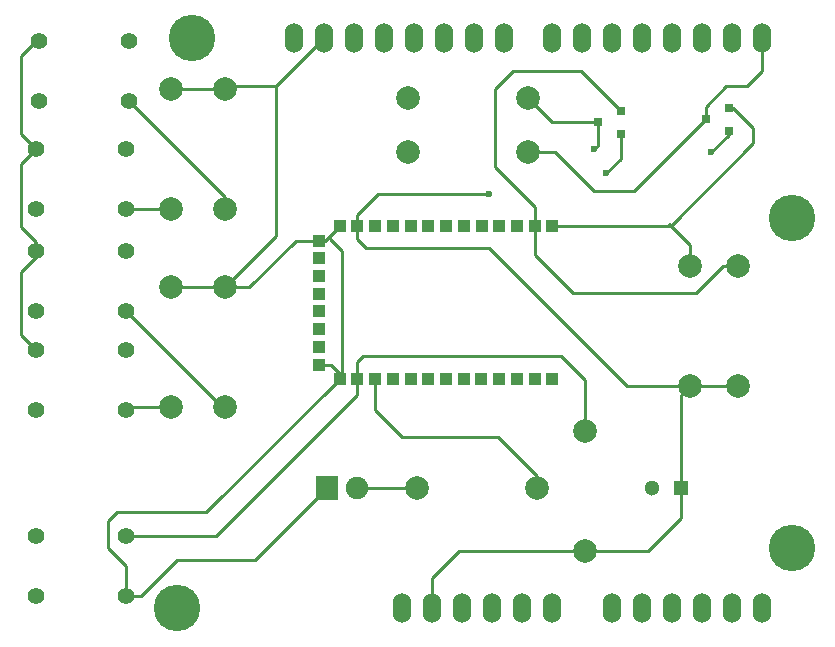
<source format=gbr>
G04 #@! TF.FileFunction,Copper,L1,Top,Signal*
%FSLAX46Y46*%
G04 Gerber Fmt 4.6, Leading zero omitted, Abs format (unit mm)*
G04 Created by KiCad (PCBNEW (2015-07-26 BZR 5996)-product) date Wed 29 Jul 2015 09:23:32 PM EDT*
%MOMM*%
G01*
G04 APERTURE LIST*
%ADD10C,0.100000*%
%ADD11R,1.300000X1.300000*%
%ADD12C,1.300000*%
%ADD13R,1.900000X2.000000*%
%ADD14C,1.900000*%
%ADD15R,0.800100X0.800100*%
%ADD16C,1.998980*%
%ADD17C,1.397000*%
%ADD18R,1.000000X1.000000*%
%ADD19O,1.524000X2.540000*%
%ADD20C,3.937000*%
%ADD21C,0.600000*%
%ADD22C,0.250000*%
G04 APERTURE END LIST*
D10*
D11*
X205232000Y-92710000D03*
D12*
X202732000Y-92710000D03*
D13*
X175260000Y-92710000D03*
D14*
X177800000Y-92710000D03*
D15*
X209280760Y-62418000D03*
X209280760Y-60518000D03*
X207281780Y-61468000D03*
X200136760Y-62672000D03*
X200136760Y-60772000D03*
X198137780Y-61722000D03*
D16*
X162052000Y-75692000D03*
X162052000Y-85852000D03*
X166624000Y-75692000D03*
X166624000Y-85852000D03*
X162052000Y-58928000D03*
X162052000Y-69088000D03*
X166624000Y-58928000D03*
X166624000Y-69088000D03*
X197104000Y-98044000D03*
X197104000Y-87884000D03*
X193040000Y-92710000D03*
X182880000Y-92710000D03*
X205994000Y-84074000D03*
X205994000Y-73914000D03*
X210058000Y-84074000D03*
X210058000Y-73914000D03*
X182118000Y-64262000D03*
X192278000Y-64262000D03*
X182118000Y-59690000D03*
X192278000Y-59690000D03*
D17*
X158242000Y-81026000D03*
X158242000Y-86106000D03*
X150622000Y-81026000D03*
X150622000Y-86106000D03*
X158242000Y-72644000D03*
X158242000Y-77724000D03*
X150622000Y-72644000D03*
X150622000Y-77724000D03*
X158242000Y-64008000D03*
X158242000Y-69088000D03*
X150622000Y-64008000D03*
X150622000Y-69088000D03*
X158496000Y-54864000D03*
X158496000Y-59944000D03*
X150876000Y-54864000D03*
X150876000Y-59944000D03*
X158242000Y-96774000D03*
X158242000Y-101854000D03*
X150622000Y-96774000D03*
X150622000Y-101854000D03*
D18*
X194300000Y-83462000D03*
X192800000Y-83462000D03*
X191300000Y-83462000D03*
X189800000Y-83462000D03*
X188300000Y-83462000D03*
X186800000Y-83462000D03*
X185300000Y-83462000D03*
X183800000Y-83462000D03*
X182300000Y-83462000D03*
X180800000Y-83462000D03*
X179300000Y-83462000D03*
X177800000Y-83462000D03*
X176300000Y-83462000D03*
X174510000Y-82232000D03*
X174510000Y-80732000D03*
X174510000Y-79232000D03*
X174510000Y-77732000D03*
X174510000Y-76232000D03*
X174510000Y-74732000D03*
X174510000Y-73232000D03*
X174510000Y-71732000D03*
X176310000Y-70462000D03*
X177810000Y-70462000D03*
X179310000Y-70462000D03*
X180810000Y-70462000D03*
X182310000Y-70462000D03*
X183810000Y-70462000D03*
X185310000Y-70462000D03*
X186810000Y-70462000D03*
X188310000Y-70462000D03*
X189810000Y-70462000D03*
X191310000Y-70462000D03*
X192810000Y-70462000D03*
X194310000Y-70462000D03*
D19*
X212090000Y-102870000D03*
X209550000Y-102870000D03*
X207010000Y-102870000D03*
X199390000Y-102870000D03*
X201930000Y-102870000D03*
X204470000Y-102870000D03*
X194310000Y-102870000D03*
X191770000Y-102870000D03*
X189230000Y-102870000D03*
X184150000Y-102870000D03*
X181610000Y-102870000D03*
X212090000Y-54610000D03*
X209550000Y-54610000D03*
X207010000Y-54610000D03*
X204470000Y-54610000D03*
X201930000Y-54610000D03*
X199390000Y-54610000D03*
X196850000Y-54610000D03*
X194310000Y-54610000D03*
X190246000Y-54610000D03*
X187706000Y-54610000D03*
X185166000Y-54610000D03*
X182626000Y-54610000D03*
X180086000Y-54610000D03*
X177546000Y-54610000D03*
X175006000Y-54610000D03*
X172466000Y-54610000D03*
X186690000Y-102870000D03*
D20*
X214630000Y-97790000D03*
X214630000Y-69850000D03*
X163830000Y-54610000D03*
X162560000Y-102870000D03*
D21*
X207772000Y-64262000D03*
X188976000Y-67818000D03*
X198882000Y-66040000D03*
X197866000Y-64008000D03*
D22*
X197104000Y-98044000D02*
X202438000Y-98044000D01*
X205232000Y-95250000D02*
X205232000Y-92710000D01*
X202438000Y-98044000D02*
X205232000Y-95250000D01*
X207772000Y-64262000D02*
X209280760Y-62753240D01*
X209280760Y-62753240D02*
X209280760Y-62418000D01*
X205994000Y-84074000D02*
X200660000Y-84074000D01*
X177810000Y-71638000D02*
X177810000Y-70462000D01*
X178562000Y-72390000D02*
X177810000Y-71638000D01*
X188976000Y-72390000D02*
X178562000Y-72390000D01*
X200660000Y-84074000D02*
X188976000Y-72390000D01*
X198882000Y-66040000D02*
X200136760Y-64785240D01*
X200136760Y-64785240D02*
X200136760Y-62672000D01*
X177810000Y-70462000D02*
X177810000Y-69586000D01*
X179578000Y-67818000D02*
X188976000Y-67818000D01*
X177810000Y-69586000D02*
X179578000Y-67818000D01*
X205994000Y-84074000D02*
X210058000Y-84074000D01*
X205232000Y-92710000D02*
X205232000Y-84836000D01*
X205232000Y-84836000D02*
X205994000Y-84074000D01*
X197104000Y-98044000D02*
X186436000Y-98044000D01*
X184150000Y-100330000D02*
X184150000Y-102870000D01*
X186436000Y-98044000D02*
X184150000Y-100330000D01*
X158242000Y-101854000D02*
X158242000Y-99314000D01*
X165020000Y-94742000D02*
X176300000Y-83462000D01*
X157480000Y-94742000D02*
X165020000Y-94742000D01*
X156718000Y-95504000D02*
X157480000Y-94742000D01*
X156718000Y-97790000D02*
X156718000Y-95504000D01*
X158242000Y-99314000D02*
X156718000Y-97790000D01*
X175456000Y-71316000D02*
X175456000Y-71570000D01*
X176530000Y-72644000D02*
X176530000Y-83232000D01*
X175456000Y-71570000D02*
X176530000Y-72644000D01*
X176530000Y-83232000D02*
X175530000Y-82232000D01*
X175530000Y-82232000D02*
X174510000Y-82232000D01*
X174510000Y-71732000D02*
X175040000Y-71732000D01*
X175040000Y-71732000D02*
X175456000Y-71316000D01*
X175456000Y-71316000D02*
X176310000Y-70462000D01*
X166624000Y-75692000D02*
X168656000Y-75692000D01*
X172616000Y-71732000D02*
X174510000Y-71732000D01*
X168656000Y-75692000D02*
X172616000Y-71732000D01*
X158242000Y-101854000D02*
X159512000Y-101854000D01*
X169164000Y-98806000D02*
X175260000Y-92710000D01*
X162560000Y-98806000D02*
X169164000Y-98806000D01*
X159512000Y-101854000D02*
X162560000Y-98806000D01*
X162052000Y-75692000D02*
X166624000Y-75692000D01*
X166624000Y-75692000D02*
X170942000Y-71374000D01*
X170942000Y-71374000D02*
X170942000Y-58674000D01*
X162052000Y-58928000D02*
X166624000Y-58928000D01*
X166624000Y-58928000D02*
X166878000Y-58674000D01*
X166878000Y-58674000D02*
X170942000Y-58674000D01*
X170942000Y-58674000D02*
X175006000Y-54610000D01*
X182880000Y-92710000D02*
X177800000Y-92710000D01*
X205994000Y-73914000D02*
X205994000Y-72090000D01*
X205994000Y-72090000D02*
X204366000Y-70462000D01*
X204366000Y-70462000D02*
X204320000Y-70462000D01*
X204320000Y-70462000D02*
X204216000Y-70358000D01*
X204216000Y-70358000D02*
X204216000Y-70462000D01*
X209280760Y-60518000D02*
X209616000Y-60518000D01*
X209616000Y-60518000D02*
X211328000Y-62230000D01*
X211328000Y-62230000D02*
X211328000Y-63500000D01*
X211328000Y-63500000D02*
X204366000Y-70462000D01*
X204366000Y-70462000D02*
X204216000Y-70462000D01*
X204216000Y-70462000D02*
X194310000Y-70462000D01*
X192278000Y-64262000D02*
X194564000Y-64262000D01*
X201185780Y-67564000D02*
X207281780Y-61468000D01*
X197866000Y-67564000D02*
X201185780Y-67564000D01*
X194564000Y-64262000D02*
X197866000Y-67564000D01*
X207281780Y-61468000D02*
X207281780Y-60434220D01*
X212090000Y-57404000D02*
X212090000Y-54610000D01*
X210820000Y-58674000D02*
X212090000Y-57404000D01*
X209042000Y-58674000D02*
X210820000Y-58674000D01*
X207281780Y-60434220D02*
X209042000Y-58674000D01*
X210058000Y-73914000D02*
X208788000Y-73914000D01*
X192810000Y-72922000D02*
X192810000Y-70462000D01*
X196088000Y-76200000D02*
X192810000Y-72922000D01*
X206502000Y-76200000D02*
X196088000Y-76200000D01*
X208788000Y-73914000D02*
X206502000Y-76200000D01*
X189484000Y-64770000D02*
X189484000Y-65532000D01*
X189484000Y-64770000D02*
X189484000Y-58928000D01*
X189484000Y-58928000D02*
X191008000Y-57404000D01*
X191008000Y-57404000D02*
X196768760Y-57404000D01*
X200136760Y-60772000D02*
X196768760Y-57404000D01*
X192810000Y-68858000D02*
X192810000Y-70462000D01*
X189484000Y-65532000D02*
X192810000Y-68858000D01*
X198137780Y-63736220D02*
X198137780Y-61722000D01*
X197866000Y-64008000D02*
X198137780Y-63736220D01*
X198137780Y-61722000D02*
X194310000Y-61722000D01*
X194310000Y-61722000D02*
X192278000Y-59690000D01*
X198137780Y-61722000D02*
X198120000Y-61722000D01*
X162052000Y-85852000D02*
X158496000Y-85852000D01*
X158496000Y-85852000D02*
X158242000Y-86106000D01*
X166624000Y-85852000D02*
X166370000Y-85852000D01*
X166370000Y-85852000D02*
X158242000Y-77724000D01*
X162052000Y-69088000D02*
X158242000Y-69088000D01*
X166624000Y-69088000D02*
X166624000Y-68072000D01*
X166624000Y-68072000D02*
X158496000Y-59944000D01*
X158242000Y-96774000D02*
X165862000Y-96774000D01*
X177800000Y-84836000D02*
X177800000Y-83462000D01*
X165862000Y-96774000D02*
X177800000Y-84836000D01*
X179728000Y-81534000D02*
X178308000Y-81534000D01*
X197104000Y-83566000D02*
X195072000Y-81534000D01*
X195072000Y-81534000D02*
X179728000Y-81534000D01*
X197104000Y-87884000D02*
X197104000Y-83566000D01*
X177800000Y-82042000D02*
X177800000Y-83462000D01*
X178308000Y-81534000D02*
X177800000Y-82042000D01*
X193040000Y-92710000D02*
X193040000Y-91694000D01*
X179300000Y-86082000D02*
X179300000Y-83462000D01*
X181610000Y-88392000D02*
X179300000Y-86082000D01*
X189738000Y-88392000D02*
X181610000Y-88392000D01*
X193040000Y-91694000D02*
X189738000Y-88392000D01*
X150622000Y-72644000D02*
X150622000Y-73152000D01*
X150622000Y-73152000D02*
X149352000Y-74422000D01*
X149352000Y-79756000D02*
X150622000Y-81026000D01*
X149352000Y-74422000D02*
X149352000Y-79756000D01*
X150622000Y-64008000D02*
X149352000Y-65278000D01*
X150622000Y-71882000D02*
X150622000Y-72644000D01*
X149352000Y-70612000D02*
X150622000Y-71882000D01*
X149352000Y-65278000D02*
X149352000Y-70612000D01*
X150876000Y-54864000D02*
X150622000Y-54864000D01*
X150622000Y-54864000D02*
X149352000Y-56134000D01*
X149352000Y-56134000D02*
X149352000Y-62738000D01*
X149352000Y-62738000D02*
X150622000Y-64008000D01*
M02*

</source>
